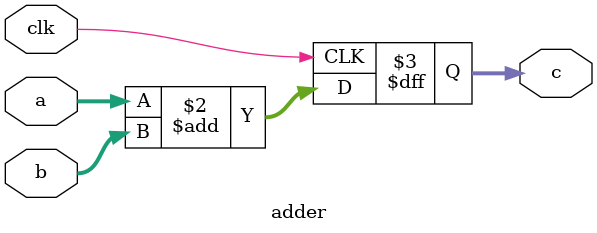
<source format=sv>

module adder (a, b, c ,clk);
input [3:0] a, b ;
input clk;
output reg [4:0] c;
always @(posedge clk) begin
    c = a + b;
end
endmodule
</source>
